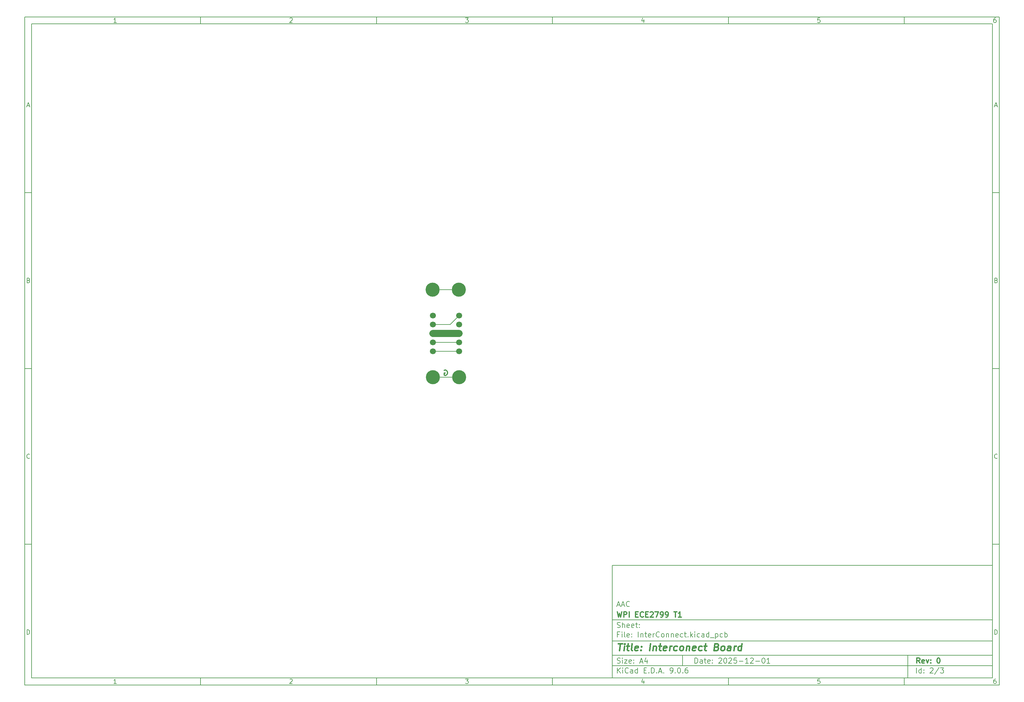
<source format=gbr>
%TF.GenerationSoftware,KiCad,Pcbnew,9.0.6*%
%TF.CreationDate,2025-12-02T11:08:25-05:00*%
%TF.ProjectId,InterConnect,496e7465-7243-46f6-9e6e-6563742e6b69,0*%
%TF.SameCoordinates,Original*%
%TF.FileFunction,Copper,L2,Bot*%
%TF.FilePolarity,Positive*%
%FSLAX46Y46*%
G04 Gerber Fmt 4.6, Leading zero omitted, Abs format (unit mm)*
G04 Created by KiCad (PCBNEW 9.0.6) date 2025-12-02 11:08:25*
%MOMM*%
%LPD*%
G01*
G04 APERTURE LIST*
%ADD10C,0.100000*%
%ADD11C,0.150000*%
%ADD12C,0.300000*%
%ADD13C,0.400000*%
%TA.AperFunction,Conductor*%
%ADD14C,0.200000*%
%TD*%
%TA.AperFunction,NonConductor*%
%ADD15C,0.300000*%
%TD*%
%TA.AperFunction,ComponentPad*%
%ADD16C,4.000000*%
%TD*%
%TA.AperFunction,ComponentPad*%
%ADD17C,1.700000*%
%TD*%
%TA.AperFunction,Conductor*%
%ADD18C,2.000000*%
%TD*%
G04 APERTURE END LIST*
D10*
D11*
X177002200Y-166007200D02*
X285002200Y-166007200D01*
X285002200Y-198007200D01*
X177002200Y-198007200D01*
X177002200Y-166007200D01*
D10*
D11*
X10000000Y-10000000D02*
X287002200Y-10000000D01*
X287002200Y-200007200D01*
X10000000Y-200007200D01*
X10000000Y-10000000D01*
D10*
D11*
X12000000Y-12000000D02*
X285002200Y-12000000D01*
X285002200Y-198007200D01*
X12000000Y-198007200D01*
X12000000Y-12000000D01*
D10*
D11*
X60000000Y-12000000D02*
X60000000Y-10000000D01*
D10*
D11*
X110000000Y-12000000D02*
X110000000Y-10000000D01*
D10*
D11*
X160000000Y-12000000D02*
X160000000Y-10000000D01*
D10*
D11*
X210000000Y-12000000D02*
X210000000Y-10000000D01*
D10*
D11*
X260000000Y-12000000D02*
X260000000Y-10000000D01*
D10*
D11*
X36089160Y-11593604D02*
X35346303Y-11593604D01*
X35717731Y-11593604D02*
X35717731Y-10293604D01*
X35717731Y-10293604D02*
X35593922Y-10479319D01*
X35593922Y-10479319D02*
X35470112Y-10603128D01*
X35470112Y-10603128D02*
X35346303Y-10665033D01*
D10*
D11*
X85346303Y-10417414D02*
X85408207Y-10355509D01*
X85408207Y-10355509D02*
X85532017Y-10293604D01*
X85532017Y-10293604D02*
X85841541Y-10293604D01*
X85841541Y-10293604D02*
X85965350Y-10355509D01*
X85965350Y-10355509D02*
X86027255Y-10417414D01*
X86027255Y-10417414D02*
X86089160Y-10541223D01*
X86089160Y-10541223D02*
X86089160Y-10665033D01*
X86089160Y-10665033D02*
X86027255Y-10850747D01*
X86027255Y-10850747D02*
X85284398Y-11593604D01*
X85284398Y-11593604D02*
X86089160Y-11593604D01*
D10*
D11*
X135284398Y-10293604D02*
X136089160Y-10293604D01*
X136089160Y-10293604D02*
X135655826Y-10788842D01*
X135655826Y-10788842D02*
X135841541Y-10788842D01*
X135841541Y-10788842D02*
X135965350Y-10850747D01*
X135965350Y-10850747D02*
X136027255Y-10912652D01*
X136027255Y-10912652D02*
X136089160Y-11036461D01*
X136089160Y-11036461D02*
X136089160Y-11345985D01*
X136089160Y-11345985D02*
X136027255Y-11469795D01*
X136027255Y-11469795D02*
X135965350Y-11531700D01*
X135965350Y-11531700D02*
X135841541Y-11593604D01*
X135841541Y-11593604D02*
X135470112Y-11593604D01*
X135470112Y-11593604D02*
X135346303Y-11531700D01*
X135346303Y-11531700D02*
X135284398Y-11469795D01*
D10*
D11*
X185965350Y-10726938D02*
X185965350Y-11593604D01*
X185655826Y-10231700D02*
X185346303Y-11160271D01*
X185346303Y-11160271D02*
X186151064Y-11160271D01*
D10*
D11*
X236027255Y-10293604D02*
X235408207Y-10293604D01*
X235408207Y-10293604D02*
X235346303Y-10912652D01*
X235346303Y-10912652D02*
X235408207Y-10850747D01*
X235408207Y-10850747D02*
X235532017Y-10788842D01*
X235532017Y-10788842D02*
X235841541Y-10788842D01*
X235841541Y-10788842D02*
X235965350Y-10850747D01*
X235965350Y-10850747D02*
X236027255Y-10912652D01*
X236027255Y-10912652D02*
X236089160Y-11036461D01*
X236089160Y-11036461D02*
X236089160Y-11345985D01*
X236089160Y-11345985D02*
X236027255Y-11469795D01*
X236027255Y-11469795D02*
X235965350Y-11531700D01*
X235965350Y-11531700D02*
X235841541Y-11593604D01*
X235841541Y-11593604D02*
X235532017Y-11593604D01*
X235532017Y-11593604D02*
X235408207Y-11531700D01*
X235408207Y-11531700D02*
X235346303Y-11469795D01*
D10*
D11*
X285965350Y-10293604D02*
X285717731Y-10293604D01*
X285717731Y-10293604D02*
X285593922Y-10355509D01*
X285593922Y-10355509D02*
X285532017Y-10417414D01*
X285532017Y-10417414D02*
X285408207Y-10603128D01*
X285408207Y-10603128D02*
X285346303Y-10850747D01*
X285346303Y-10850747D02*
X285346303Y-11345985D01*
X285346303Y-11345985D02*
X285408207Y-11469795D01*
X285408207Y-11469795D02*
X285470112Y-11531700D01*
X285470112Y-11531700D02*
X285593922Y-11593604D01*
X285593922Y-11593604D02*
X285841541Y-11593604D01*
X285841541Y-11593604D02*
X285965350Y-11531700D01*
X285965350Y-11531700D02*
X286027255Y-11469795D01*
X286027255Y-11469795D02*
X286089160Y-11345985D01*
X286089160Y-11345985D02*
X286089160Y-11036461D01*
X286089160Y-11036461D02*
X286027255Y-10912652D01*
X286027255Y-10912652D02*
X285965350Y-10850747D01*
X285965350Y-10850747D02*
X285841541Y-10788842D01*
X285841541Y-10788842D02*
X285593922Y-10788842D01*
X285593922Y-10788842D02*
X285470112Y-10850747D01*
X285470112Y-10850747D02*
X285408207Y-10912652D01*
X285408207Y-10912652D02*
X285346303Y-11036461D01*
D10*
D11*
X60000000Y-198007200D02*
X60000000Y-200007200D01*
D10*
D11*
X110000000Y-198007200D02*
X110000000Y-200007200D01*
D10*
D11*
X160000000Y-198007200D02*
X160000000Y-200007200D01*
D10*
D11*
X210000000Y-198007200D02*
X210000000Y-200007200D01*
D10*
D11*
X260000000Y-198007200D02*
X260000000Y-200007200D01*
D10*
D11*
X36089160Y-199600804D02*
X35346303Y-199600804D01*
X35717731Y-199600804D02*
X35717731Y-198300804D01*
X35717731Y-198300804D02*
X35593922Y-198486519D01*
X35593922Y-198486519D02*
X35470112Y-198610328D01*
X35470112Y-198610328D02*
X35346303Y-198672233D01*
D10*
D11*
X85346303Y-198424614D02*
X85408207Y-198362709D01*
X85408207Y-198362709D02*
X85532017Y-198300804D01*
X85532017Y-198300804D02*
X85841541Y-198300804D01*
X85841541Y-198300804D02*
X85965350Y-198362709D01*
X85965350Y-198362709D02*
X86027255Y-198424614D01*
X86027255Y-198424614D02*
X86089160Y-198548423D01*
X86089160Y-198548423D02*
X86089160Y-198672233D01*
X86089160Y-198672233D02*
X86027255Y-198857947D01*
X86027255Y-198857947D02*
X85284398Y-199600804D01*
X85284398Y-199600804D02*
X86089160Y-199600804D01*
D10*
D11*
X135284398Y-198300804D02*
X136089160Y-198300804D01*
X136089160Y-198300804D02*
X135655826Y-198796042D01*
X135655826Y-198796042D02*
X135841541Y-198796042D01*
X135841541Y-198796042D02*
X135965350Y-198857947D01*
X135965350Y-198857947D02*
X136027255Y-198919852D01*
X136027255Y-198919852D02*
X136089160Y-199043661D01*
X136089160Y-199043661D02*
X136089160Y-199353185D01*
X136089160Y-199353185D02*
X136027255Y-199476995D01*
X136027255Y-199476995D02*
X135965350Y-199538900D01*
X135965350Y-199538900D02*
X135841541Y-199600804D01*
X135841541Y-199600804D02*
X135470112Y-199600804D01*
X135470112Y-199600804D02*
X135346303Y-199538900D01*
X135346303Y-199538900D02*
X135284398Y-199476995D01*
D10*
D11*
X185965350Y-198734138D02*
X185965350Y-199600804D01*
X185655826Y-198238900D02*
X185346303Y-199167471D01*
X185346303Y-199167471D02*
X186151064Y-199167471D01*
D10*
D11*
X236027255Y-198300804D02*
X235408207Y-198300804D01*
X235408207Y-198300804D02*
X235346303Y-198919852D01*
X235346303Y-198919852D02*
X235408207Y-198857947D01*
X235408207Y-198857947D02*
X235532017Y-198796042D01*
X235532017Y-198796042D02*
X235841541Y-198796042D01*
X235841541Y-198796042D02*
X235965350Y-198857947D01*
X235965350Y-198857947D02*
X236027255Y-198919852D01*
X236027255Y-198919852D02*
X236089160Y-199043661D01*
X236089160Y-199043661D02*
X236089160Y-199353185D01*
X236089160Y-199353185D02*
X236027255Y-199476995D01*
X236027255Y-199476995D02*
X235965350Y-199538900D01*
X235965350Y-199538900D02*
X235841541Y-199600804D01*
X235841541Y-199600804D02*
X235532017Y-199600804D01*
X235532017Y-199600804D02*
X235408207Y-199538900D01*
X235408207Y-199538900D02*
X235346303Y-199476995D01*
D10*
D11*
X285965350Y-198300804D02*
X285717731Y-198300804D01*
X285717731Y-198300804D02*
X285593922Y-198362709D01*
X285593922Y-198362709D02*
X285532017Y-198424614D01*
X285532017Y-198424614D02*
X285408207Y-198610328D01*
X285408207Y-198610328D02*
X285346303Y-198857947D01*
X285346303Y-198857947D02*
X285346303Y-199353185D01*
X285346303Y-199353185D02*
X285408207Y-199476995D01*
X285408207Y-199476995D02*
X285470112Y-199538900D01*
X285470112Y-199538900D02*
X285593922Y-199600804D01*
X285593922Y-199600804D02*
X285841541Y-199600804D01*
X285841541Y-199600804D02*
X285965350Y-199538900D01*
X285965350Y-199538900D02*
X286027255Y-199476995D01*
X286027255Y-199476995D02*
X286089160Y-199353185D01*
X286089160Y-199353185D02*
X286089160Y-199043661D01*
X286089160Y-199043661D02*
X286027255Y-198919852D01*
X286027255Y-198919852D02*
X285965350Y-198857947D01*
X285965350Y-198857947D02*
X285841541Y-198796042D01*
X285841541Y-198796042D02*
X285593922Y-198796042D01*
X285593922Y-198796042D02*
X285470112Y-198857947D01*
X285470112Y-198857947D02*
X285408207Y-198919852D01*
X285408207Y-198919852D02*
X285346303Y-199043661D01*
D10*
D11*
X10000000Y-60000000D02*
X12000000Y-60000000D01*
D10*
D11*
X10000000Y-110000000D02*
X12000000Y-110000000D01*
D10*
D11*
X10000000Y-160000000D02*
X12000000Y-160000000D01*
D10*
D11*
X10690476Y-35222176D02*
X11309523Y-35222176D01*
X10566666Y-35593604D02*
X10999999Y-34293604D01*
X10999999Y-34293604D02*
X11433333Y-35593604D01*
D10*
D11*
X11092857Y-84912652D02*
X11278571Y-84974557D01*
X11278571Y-84974557D02*
X11340476Y-85036461D01*
X11340476Y-85036461D02*
X11402380Y-85160271D01*
X11402380Y-85160271D02*
X11402380Y-85345985D01*
X11402380Y-85345985D02*
X11340476Y-85469795D01*
X11340476Y-85469795D02*
X11278571Y-85531700D01*
X11278571Y-85531700D02*
X11154761Y-85593604D01*
X11154761Y-85593604D02*
X10659523Y-85593604D01*
X10659523Y-85593604D02*
X10659523Y-84293604D01*
X10659523Y-84293604D02*
X11092857Y-84293604D01*
X11092857Y-84293604D02*
X11216666Y-84355509D01*
X11216666Y-84355509D02*
X11278571Y-84417414D01*
X11278571Y-84417414D02*
X11340476Y-84541223D01*
X11340476Y-84541223D02*
X11340476Y-84665033D01*
X11340476Y-84665033D02*
X11278571Y-84788842D01*
X11278571Y-84788842D02*
X11216666Y-84850747D01*
X11216666Y-84850747D02*
X11092857Y-84912652D01*
X11092857Y-84912652D02*
X10659523Y-84912652D01*
D10*
D11*
X11402380Y-135469795D02*
X11340476Y-135531700D01*
X11340476Y-135531700D02*
X11154761Y-135593604D01*
X11154761Y-135593604D02*
X11030952Y-135593604D01*
X11030952Y-135593604D02*
X10845238Y-135531700D01*
X10845238Y-135531700D02*
X10721428Y-135407890D01*
X10721428Y-135407890D02*
X10659523Y-135284080D01*
X10659523Y-135284080D02*
X10597619Y-135036461D01*
X10597619Y-135036461D02*
X10597619Y-134850747D01*
X10597619Y-134850747D02*
X10659523Y-134603128D01*
X10659523Y-134603128D02*
X10721428Y-134479319D01*
X10721428Y-134479319D02*
X10845238Y-134355509D01*
X10845238Y-134355509D02*
X11030952Y-134293604D01*
X11030952Y-134293604D02*
X11154761Y-134293604D01*
X11154761Y-134293604D02*
X11340476Y-134355509D01*
X11340476Y-134355509D02*
X11402380Y-134417414D01*
D10*
D11*
X10659523Y-185593604D02*
X10659523Y-184293604D01*
X10659523Y-184293604D02*
X10969047Y-184293604D01*
X10969047Y-184293604D02*
X11154761Y-184355509D01*
X11154761Y-184355509D02*
X11278571Y-184479319D01*
X11278571Y-184479319D02*
X11340476Y-184603128D01*
X11340476Y-184603128D02*
X11402380Y-184850747D01*
X11402380Y-184850747D02*
X11402380Y-185036461D01*
X11402380Y-185036461D02*
X11340476Y-185284080D01*
X11340476Y-185284080D02*
X11278571Y-185407890D01*
X11278571Y-185407890D02*
X11154761Y-185531700D01*
X11154761Y-185531700D02*
X10969047Y-185593604D01*
X10969047Y-185593604D02*
X10659523Y-185593604D01*
D10*
D11*
X287002200Y-60000000D02*
X285002200Y-60000000D01*
D10*
D11*
X287002200Y-110000000D02*
X285002200Y-110000000D01*
D10*
D11*
X287002200Y-160000000D02*
X285002200Y-160000000D01*
D10*
D11*
X285692676Y-35222176D02*
X286311723Y-35222176D01*
X285568866Y-35593604D02*
X286002199Y-34293604D01*
X286002199Y-34293604D02*
X286435533Y-35593604D01*
D10*
D11*
X286095057Y-84912652D02*
X286280771Y-84974557D01*
X286280771Y-84974557D02*
X286342676Y-85036461D01*
X286342676Y-85036461D02*
X286404580Y-85160271D01*
X286404580Y-85160271D02*
X286404580Y-85345985D01*
X286404580Y-85345985D02*
X286342676Y-85469795D01*
X286342676Y-85469795D02*
X286280771Y-85531700D01*
X286280771Y-85531700D02*
X286156961Y-85593604D01*
X286156961Y-85593604D02*
X285661723Y-85593604D01*
X285661723Y-85593604D02*
X285661723Y-84293604D01*
X285661723Y-84293604D02*
X286095057Y-84293604D01*
X286095057Y-84293604D02*
X286218866Y-84355509D01*
X286218866Y-84355509D02*
X286280771Y-84417414D01*
X286280771Y-84417414D02*
X286342676Y-84541223D01*
X286342676Y-84541223D02*
X286342676Y-84665033D01*
X286342676Y-84665033D02*
X286280771Y-84788842D01*
X286280771Y-84788842D02*
X286218866Y-84850747D01*
X286218866Y-84850747D02*
X286095057Y-84912652D01*
X286095057Y-84912652D02*
X285661723Y-84912652D01*
D10*
D11*
X286404580Y-135469795D02*
X286342676Y-135531700D01*
X286342676Y-135531700D02*
X286156961Y-135593604D01*
X286156961Y-135593604D02*
X286033152Y-135593604D01*
X286033152Y-135593604D02*
X285847438Y-135531700D01*
X285847438Y-135531700D02*
X285723628Y-135407890D01*
X285723628Y-135407890D02*
X285661723Y-135284080D01*
X285661723Y-135284080D02*
X285599819Y-135036461D01*
X285599819Y-135036461D02*
X285599819Y-134850747D01*
X285599819Y-134850747D02*
X285661723Y-134603128D01*
X285661723Y-134603128D02*
X285723628Y-134479319D01*
X285723628Y-134479319D02*
X285847438Y-134355509D01*
X285847438Y-134355509D02*
X286033152Y-134293604D01*
X286033152Y-134293604D02*
X286156961Y-134293604D01*
X286156961Y-134293604D02*
X286342676Y-134355509D01*
X286342676Y-134355509D02*
X286404580Y-134417414D01*
D10*
D11*
X285661723Y-185593604D02*
X285661723Y-184293604D01*
X285661723Y-184293604D02*
X285971247Y-184293604D01*
X285971247Y-184293604D02*
X286156961Y-184355509D01*
X286156961Y-184355509D02*
X286280771Y-184479319D01*
X286280771Y-184479319D02*
X286342676Y-184603128D01*
X286342676Y-184603128D02*
X286404580Y-184850747D01*
X286404580Y-184850747D02*
X286404580Y-185036461D01*
X286404580Y-185036461D02*
X286342676Y-185284080D01*
X286342676Y-185284080D02*
X286280771Y-185407890D01*
X286280771Y-185407890D02*
X286156961Y-185531700D01*
X286156961Y-185531700D02*
X285971247Y-185593604D01*
X285971247Y-185593604D02*
X285661723Y-185593604D01*
D10*
D11*
X200458026Y-193793328D02*
X200458026Y-192293328D01*
X200458026Y-192293328D02*
X200815169Y-192293328D01*
X200815169Y-192293328D02*
X201029455Y-192364757D01*
X201029455Y-192364757D02*
X201172312Y-192507614D01*
X201172312Y-192507614D02*
X201243741Y-192650471D01*
X201243741Y-192650471D02*
X201315169Y-192936185D01*
X201315169Y-192936185D02*
X201315169Y-193150471D01*
X201315169Y-193150471D02*
X201243741Y-193436185D01*
X201243741Y-193436185D02*
X201172312Y-193579042D01*
X201172312Y-193579042D02*
X201029455Y-193721900D01*
X201029455Y-193721900D02*
X200815169Y-193793328D01*
X200815169Y-193793328D02*
X200458026Y-193793328D01*
X202600884Y-193793328D02*
X202600884Y-193007614D01*
X202600884Y-193007614D02*
X202529455Y-192864757D01*
X202529455Y-192864757D02*
X202386598Y-192793328D01*
X202386598Y-192793328D02*
X202100884Y-192793328D01*
X202100884Y-192793328D02*
X201958026Y-192864757D01*
X202600884Y-193721900D02*
X202458026Y-193793328D01*
X202458026Y-193793328D02*
X202100884Y-193793328D01*
X202100884Y-193793328D02*
X201958026Y-193721900D01*
X201958026Y-193721900D02*
X201886598Y-193579042D01*
X201886598Y-193579042D02*
X201886598Y-193436185D01*
X201886598Y-193436185D02*
X201958026Y-193293328D01*
X201958026Y-193293328D02*
X202100884Y-193221900D01*
X202100884Y-193221900D02*
X202458026Y-193221900D01*
X202458026Y-193221900D02*
X202600884Y-193150471D01*
X203100884Y-192793328D02*
X203672312Y-192793328D01*
X203315169Y-192293328D02*
X203315169Y-193579042D01*
X203315169Y-193579042D02*
X203386598Y-193721900D01*
X203386598Y-193721900D02*
X203529455Y-193793328D01*
X203529455Y-193793328D02*
X203672312Y-193793328D01*
X204743741Y-193721900D02*
X204600884Y-193793328D01*
X204600884Y-193793328D02*
X204315170Y-193793328D01*
X204315170Y-193793328D02*
X204172312Y-193721900D01*
X204172312Y-193721900D02*
X204100884Y-193579042D01*
X204100884Y-193579042D02*
X204100884Y-193007614D01*
X204100884Y-193007614D02*
X204172312Y-192864757D01*
X204172312Y-192864757D02*
X204315170Y-192793328D01*
X204315170Y-192793328D02*
X204600884Y-192793328D01*
X204600884Y-192793328D02*
X204743741Y-192864757D01*
X204743741Y-192864757D02*
X204815170Y-193007614D01*
X204815170Y-193007614D02*
X204815170Y-193150471D01*
X204815170Y-193150471D02*
X204100884Y-193293328D01*
X205458026Y-193650471D02*
X205529455Y-193721900D01*
X205529455Y-193721900D02*
X205458026Y-193793328D01*
X205458026Y-193793328D02*
X205386598Y-193721900D01*
X205386598Y-193721900D02*
X205458026Y-193650471D01*
X205458026Y-193650471D02*
X205458026Y-193793328D01*
X205458026Y-192864757D02*
X205529455Y-192936185D01*
X205529455Y-192936185D02*
X205458026Y-193007614D01*
X205458026Y-193007614D02*
X205386598Y-192936185D01*
X205386598Y-192936185D02*
X205458026Y-192864757D01*
X205458026Y-192864757D02*
X205458026Y-193007614D01*
X207243741Y-192436185D02*
X207315169Y-192364757D01*
X207315169Y-192364757D02*
X207458027Y-192293328D01*
X207458027Y-192293328D02*
X207815169Y-192293328D01*
X207815169Y-192293328D02*
X207958027Y-192364757D01*
X207958027Y-192364757D02*
X208029455Y-192436185D01*
X208029455Y-192436185D02*
X208100884Y-192579042D01*
X208100884Y-192579042D02*
X208100884Y-192721900D01*
X208100884Y-192721900D02*
X208029455Y-192936185D01*
X208029455Y-192936185D02*
X207172312Y-193793328D01*
X207172312Y-193793328D02*
X208100884Y-193793328D01*
X209029455Y-192293328D02*
X209172312Y-192293328D01*
X209172312Y-192293328D02*
X209315169Y-192364757D01*
X209315169Y-192364757D02*
X209386598Y-192436185D01*
X209386598Y-192436185D02*
X209458026Y-192579042D01*
X209458026Y-192579042D02*
X209529455Y-192864757D01*
X209529455Y-192864757D02*
X209529455Y-193221900D01*
X209529455Y-193221900D02*
X209458026Y-193507614D01*
X209458026Y-193507614D02*
X209386598Y-193650471D01*
X209386598Y-193650471D02*
X209315169Y-193721900D01*
X209315169Y-193721900D02*
X209172312Y-193793328D01*
X209172312Y-193793328D02*
X209029455Y-193793328D01*
X209029455Y-193793328D02*
X208886598Y-193721900D01*
X208886598Y-193721900D02*
X208815169Y-193650471D01*
X208815169Y-193650471D02*
X208743740Y-193507614D01*
X208743740Y-193507614D02*
X208672312Y-193221900D01*
X208672312Y-193221900D02*
X208672312Y-192864757D01*
X208672312Y-192864757D02*
X208743740Y-192579042D01*
X208743740Y-192579042D02*
X208815169Y-192436185D01*
X208815169Y-192436185D02*
X208886598Y-192364757D01*
X208886598Y-192364757D02*
X209029455Y-192293328D01*
X210100883Y-192436185D02*
X210172311Y-192364757D01*
X210172311Y-192364757D02*
X210315169Y-192293328D01*
X210315169Y-192293328D02*
X210672311Y-192293328D01*
X210672311Y-192293328D02*
X210815169Y-192364757D01*
X210815169Y-192364757D02*
X210886597Y-192436185D01*
X210886597Y-192436185D02*
X210958026Y-192579042D01*
X210958026Y-192579042D02*
X210958026Y-192721900D01*
X210958026Y-192721900D02*
X210886597Y-192936185D01*
X210886597Y-192936185D02*
X210029454Y-193793328D01*
X210029454Y-193793328D02*
X210958026Y-193793328D01*
X212315168Y-192293328D02*
X211600882Y-192293328D01*
X211600882Y-192293328D02*
X211529454Y-193007614D01*
X211529454Y-193007614D02*
X211600882Y-192936185D01*
X211600882Y-192936185D02*
X211743740Y-192864757D01*
X211743740Y-192864757D02*
X212100882Y-192864757D01*
X212100882Y-192864757D02*
X212243740Y-192936185D01*
X212243740Y-192936185D02*
X212315168Y-193007614D01*
X212315168Y-193007614D02*
X212386597Y-193150471D01*
X212386597Y-193150471D02*
X212386597Y-193507614D01*
X212386597Y-193507614D02*
X212315168Y-193650471D01*
X212315168Y-193650471D02*
X212243740Y-193721900D01*
X212243740Y-193721900D02*
X212100882Y-193793328D01*
X212100882Y-193793328D02*
X211743740Y-193793328D01*
X211743740Y-193793328D02*
X211600882Y-193721900D01*
X211600882Y-193721900D02*
X211529454Y-193650471D01*
X213029453Y-193221900D02*
X214172311Y-193221900D01*
X215672311Y-193793328D02*
X214815168Y-193793328D01*
X215243739Y-193793328D02*
X215243739Y-192293328D01*
X215243739Y-192293328D02*
X215100882Y-192507614D01*
X215100882Y-192507614D02*
X214958025Y-192650471D01*
X214958025Y-192650471D02*
X214815168Y-192721900D01*
X216243739Y-192436185D02*
X216315167Y-192364757D01*
X216315167Y-192364757D02*
X216458025Y-192293328D01*
X216458025Y-192293328D02*
X216815167Y-192293328D01*
X216815167Y-192293328D02*
X216958025Y-192364757D01*
X216958025Y-192364757D02*
X217029453Y-192436185D01*
X217029453Y-192436185D02*
X217100882Y-192579042D01*
X217100882Y-192579042D02*
X217100882Y-192721900D01*
X217100882Y-192721900D02*
X217029453Y-192936185D01*
X217029453Y-192936185D02*
X216172310Y-193793328D01*
X216172310Y-193793328D02*
X217100882Y-193793328D01*
X217743738Y-193221900D02*
X218886596Y-193221900D01*
X219886596Y-192293328D02*
X220029453Y-192293328D01*
X220029453Y-192293328D02*
X220172310Y-192364757D01*
X220172310Y-192364757D02*
X220243739Y-192436185D01*
X220243739Y-192436185D02*
X220315167Y-192579042D01*
X220315167Y-192579042D02*
X220386596Y-192864757D01*
X220386596Y-192864757D02*
X220386596Y-193221900D01*
X220386596Y-193221900D02*
X220315167Y-193507614D01*
X220315167Y-193507614D02*
X220243739Y-193650471D01*
X220243739Y-193650471D02*
X220172310Y-193721900D01*
X220172310Y-193721900D02*
X220029453Y-193793328D01*
X220029453Y-193793328D02*
X219886596Y-193793328D01*
X219886596Y-193793328D02*
X219743739Y-193721900D01*
X219743739Y-193721900D02*
X219672310Y-193650471D01*
X219672310Y-193650471D02*
X219600881Y-193507614D01*
X219600881Y-193507614D02*
X219529453Y-193221900D01*
X219529453Y-193221900D02*
X219529453Y-192864757D01*
X219529453Y-192864757D02*
X219600881Y-192579042D01*
X219600881Y-192579042D02*
X219672310Y-192436185D01*
X219672310Y-192436185D02*
X219743739Y-192364757D01*
X219743739Y-192364757D02*
X219886596Y-192293328D01*
X221815167Y-193793328D02*
X220958024Y-193793328D01*
X221386595Y-193793328D02*
X221386595Y-192293328D01*
X221386595Y-192293328D02*
X221243738Y-192507614D01*
X221243738Y-192507614D02*
X221100881Y-192650471D01*
X221100881Y-192650471D02*
X220958024Y-192721900D01*
D10*
D11*
X177002200Y-194507200D02*
X285002200Y-194507200D01*
D10*
D11*
X178458026Y-196593328D02*
X178458026Y-195093328D01*
X179315169Y-196593328D02*
X178672312Y-195736185D01*
X179315169Y-195093328D02*
X178458026Y-195950471D01*
X179958026Y-196593328D02*
X179958026Y-195593328D01*
X179958026Y-195093328D02*
X179886598Y-195164757D01*
X179886598Y-195164757D02*
X179958026Y-195236185D01*
X179958026Y-195236185D02*
X180029455Y-195164757D01*
X180029455Y-195164757D02*
X179958026Y-195093328D01*
X179958026Y-195093328D02*
X179958026Y-195236185D01*
X181529455Y-196450471D02*
X181458027Y-196521900D01*
X181458027Y-196521900D02*
X181243741Y-196593328D01*
X181243741Y-196593328D02*
X181100884Y-196593328D01*
X181100884Y-196593328D02*
X180886598Y-196521900D01*
X180886598Y-196521900D02*
X180743741Y-196379042D01*
X180743741Y-196379042D02*
X180672312Y-196236185D01*
X180672312Y-196236185D02*
X180600884Y-195950471D01*
X180600884Y-195950471D02*
X180600884Y-195736185D01*
X180600884Y-195736185D02*
X180672312Y-195450471D01*
X180672312Y-195450471D02*
X180743741Y-195307614D01*
X180743741Y-195307614D02*
X180886598Y-195164757D01*
X180886598Y-195164757D02*
X181100884Y-195093328D01*
X181100884Y-195093328D02*
X181243741Y-195093328D01*
X181243741Y-195093328D02*
X181458027Y-195164757D01*
X181458027Y-195164757D02*
X181529455Y-195236185D01*
X182815170Y-196593328D02*
X182815170Y-195807614D01*
X182815170Y-195807614D02*
X182743741Y-195664757D01*
X182743741Y-195664757D02*
X182600884Y-195593328D01*
X182600884Y-195593328D02*
X182315170Y-195593328D01*
X182315170Y-195593328D02*
X182172312Y-195664757D01*
X182815170Y-196521900D02*
X182672312Y-196593328D01*
X182672312Y-196593328D02*
X182315170Y-196593328D01*
X182315170Y-196593328D02*
X182172312Y-196521900D01*
X182172312Y-196521900D02*
X182100884Y-196379042D01*
X182100884Y-196379042D02*
X182100884Y-196236185D01*
X182100884Y-196236185D02*
X182172312Y-196093328D01*
X182172312Y-196093328D02*
X182315170Y-196021900D01*
X182315170Y-196021900D02*
X182672312Y-196021900D01*
X182672312Y-196021900D02*
X182815170Y-195950471D01*
X184172313Y-196593328D02*
X184172313Y-195093328D01*
X184172313Y-196521900D02*
X184029455Y-196593328D01*
X184029455Y-196593328D02*
X183743741Y-196593328D01*
X183743741Y-196593328D02*
X183600884Y-196521900D01*
X183600884Y-196521900D02*
X183529455Y-196450471D01*
X183529455Y-196450471D02*
X183458027Y-196307614D01*
X183458027Y-196307614D02*
X183458027Y-195879042D01*
X183458027Y-195879042D02*
X183529455Y-195736185D01*
X183529455Y-195736185D02*
X183600884Y-195664757D01*
X183600884Y-195664757D02*
X183743741Y-195593328D01*
X183743741Y-195593328D02*
X184029455Y-195593328D01*
X184029455Y-195593328D02*
X184172313Y-195664757D01*
X186029455Y-195807614D02*
X186529455Y-195807614D01*
X186743741Y-196593328D02*
X186029455Y-196593328D01*
X186029455Y-196593328D02*
X186029455Y-195093328D01*
X186029455Y-195093328D02*
X186743741Y-195093328D01*
X187386598Y-196450471D02*
X187458027Y-196521900D01*
X187458027Y-196521900D02*
X187386598Y-196593328D01*
X187386598Y-196593328D02*
X187315170Y-196521900D01*
X187315170Y-196521900D02*
X187386598Y-196450471D01*
X187386598Y-196450471D02*
X187386598Y-196593328D01*
X188100884Y-196593328D02*
X188100884Y-195093328D01*
X188100884Y-195093328D02*
X188458027Y-195093328D01*
X188458027Y-195093328D02*
X188672313Y-195164757D01*
X188672313Y-195164757D02*
X188815170Y-195307614D01*
X188815170Y-195307614D02*
X188886599Y-195450471D01*
X188886599Y-195450471D02*
X188958027Y-195736185D01*
X188958027Y-195736185D02*
X188958027Y-195950471D01*
X188958027Y-195950471D02*
X188886599Y-196236185D01*
X188886599Y-196236185D02*
X188815170Y-196379042D01*
X188815170Y-196379042D02*
X188672313Y-196521900D01*
X188672313Y-196521900D02*
X188458027Y-196593328D01*
X188458027Y-196593328D02*
X188100884Y-196593328D01*
X189600884Y-196450471D02*
X189672313Y-196521900D01*
X189672313Y-196521900D02*
X189600884Y-196593328D01*
X189600884Y-196593328D02*
X189529456Y-196521900D01*
X189529456Y-196521900D02*
X189600884Y-196450471D01*
X189600884Y-196450471D02*
X189600884Y-196593328D01*
X190243742Y-196164757D02*
X190958028Y-196164757D01*
X190100885Y-196593328D02*
X190600885Y-195093328D01*
X190600885Y-195093328D02*
X191100885Y-196593328D01*
X191600884Y-196450471D02*
X191672313Y-196521900D01*
X191672313Y-196521900D02*
X191600884Y-196593328D01*
X191600884Y-196593328D02*
X191529456Y-196521900D01*
X191529456Y-196521900D02*
X191600884Y-196450471D01*
X191600884Y-196450471D02*
X191600884Y-196593328D01*
X193529456Y-196593328D02*
X193815170Y-196593328D01*
X193815170Y-196593328D02*
X193958027Y-196521900D01*
X193958027Y-196521900D02*
X194029456Y-196450471D01*
X194029456Y-196450471D02*
X194172313Y-196236185D01*
X194172313Y-196236185D02*
X194243742Y-195950471D01*
X194243742Y-195950471D02*
X194243742Y-195379042D01*
X194243742Y-195379042D02*
X194172313Y-195236185D01*
X194172313Y-195236185D02*
X194100885Y-195164757D01*
X194100885Y-195164757D02*
X193958027Y-195093328D01*
X193958027Y-195093328D02*
X193672313Y-195093328D01*
X193672313Y-195093328D02*
X193529456Y-195164757D01*
X193529456Y-195164757D02*
X193458027Y-195236185D01*
X193458027Y-195236185D02*
X193386599Y-195379042D01*
X193386599Y-195379042D02*
X193386599Y-195736185D01*
X193386599Y-195736185D02*
X193458027Y-195879042D01*
X193458027Y-195879042D02*
X193529456Y-195950471D01*
X193529456Y-195950471D02*
X193672313Y-196021900D01*
X193672313Y-196021900D02*
X193958027Y-196021900D01*
X193958027Y-196021900D02*
X194100885Y-195950471D01*
X194100885Y-195950471D02*
X194172313Y-195879042D01*
X194172313Y-195879042D02*
X194243742Y-195736185D01*
X194886598Y-196450471D02*
X194958027Y-196521900D01*
X194958027Y-196521900D02*
X194886598Y-196593328D01*
X194886598Y-196593328D02*
X194815170Y-196521900D01*
X194815170Y-196521900D02*
X194886598Y-196450471D01*
X194886598Y-196450471D02*
X194886598Y-196593328D01*
X195886599Y-195093328D02*
X196029456Y-195093328D01*
X196029456Y-195093328D02*
X196172313Y-195164757D01*
X196172313Y-195164757D02*
X196243742Y-195236185D01*
X196243742Y-195236185D02*
X196315170Y-195379042D01*
X196315170Y-195379042D02*
X196386599Y-195664757D01*
X196386599Y-195664757D02*
X196386599Y-196021900D01*
X196386599Y-196021900D02*
X196315170Y-196307614D01*
X196315170Y-196307614D02*
X196243742Y-196450471D01*
X196243742Y-196450471D02*
X196172313Y-196521900D01*
X196172313Y-196521900D02*
X196029456Y-196593328D01*
X196029456Y-196593328D02*
X195886599Y-196593328D01*
X195886599Y-196593328D02*
X195743742Y-196521900D01*
X195743742Y-196521900D02*
X195672313Y-196450471D01*
X195672313Y-196450471D02*
X195600884Y-196307614D01*
X195600884Y-196307614D02*
X195529456Y-196021900D01*
X195529456Y-196021900D02*
X195529456Y-195664757D01*
X195529456Y-195664757D02*
X195600884Y-195379042D01*
X195600884Y-195379042D02*
X195672313Y-195236185D01*
X195672313Y-195236185D02*
X195743742Y-195164757D01*
X195743742Y-195164757D02*
X195886599Y-195093328D01*
X197029455Y-196450471D02*
X197100884Y-196521900D01*
X197100884Y-196521900D02*
X197029455Y-196593328D01*
X197029455Y-196593328D02*
X196958027Y-196521900D01*
X196958027Y-196521900D02*
X197029455Y-196450471D01*
X197029455Y-196450471D02*
X197029455Y-196593328D01*
X198386599Y-195093328D02*
X198100884Y-195093328D01*
X198100884Y-195093328D02*
X197958027Y-195164757D01*
X197958027Y-195164757D02*
X197886599Y-195236185D01*
X197886599Y-195236185D02*
X197743741Y-195450471D01*
X197743741Y-195450471D02*
X197672313Y-195736185D01*
X197672313Y-195736185D02*
X197672313Y-196307614D01*
X197672313Y-196307614D02*
X197743741Y-196450471D01*
X197743741Y-196450471D02*
X197815170Y-196521900D01*
X197815170Y-196521900D02*
X197958027Y-196593328D01*
X197958027Y-196593328D02*
X198243741Y-196593328D01*
X198243741Y-196593328D02*
X198386599Y-196521900D01*
X198386599Y-196521900D02*
X198458027Y-196450471D01*
X198458027Y-196450471D02*
X198529456Y-196307614D01*
X198529456Y-196307614D02*
X198529456Y-195950471D01*
X198529456Y-195950471D02*
X198458027Y-195807614D01*
X198458027Y-195807614D02*
X198386599Y-195736185D01*
X198386599Y-195736185D02*
X198243741Y-195664757D01*
X198243741Y-195664757D02*
X197958027Y-195664757D01*
X197958027Y-195664757D02*
X197815170Y-195736185D01*
X197815170Y-195736185D02*
X197743741Y-195807614D01*
X197743741Y-195807614D02*
X197672313Y-195950471D01*
D10*
D11*
X177002200Y-191507200D02*
X285002200Y-191507200D01*
D10*
D12*
X264413853Y-193785528D02*
X263913853Y-193071242D01*
X263556710Y-193785528D02*
X263556710Y-192285528D01*
X263556710Y-192285528D02*
X264128139Y-192285528D01*
X264128139Y-192285528D02*
X264270996Y-192356957D01*
X264270996Y-192356957D02*
X264342425Y-192428385D01*
X264342425Y-192428385D02*
X264413853Y-192571242D01*
X264413853Y-192571242D02*
X264413853Y-192785528D01*
X264413853Y-192785528D02*
X264342425Y-192928385D01*
X264342425Y-192928385D02*
X264270996Y-192999814D01*
X264270996Y-192999814D02*
X264128139Y-193071242D01*
X264128139Y-193071242D02*
X263556710Y-193071242D01*
X265628139Y-193714100D02*
X265485282Y-193785528D01*
X265485282Y-193785528D02*
X265199568Y-193785528D01*
X265199568Y-193785528D02*
X265056710Y-193714100D01*
X265056710Y-193714100D02*
X264985282Y-193571242D01*
X264985282Y-193571242D02*
X264985282Y-192999814D01*
X264985282Y-192999814D02*
X265056710Y-192856957D01*
X265056710Y-192856957D02*
X265199568Y-192785528D01*
X265199568Y-192785528D02*
X265485282Y-192785528D01*
X265485282Y-192785528D02*
X265628139Y-192856957D01*
X265628139Y-192856957D02*
X265699568Y-192999814D01*
X265699568Y-192999814D02*
X265699568Y-193142671D01*
X265699568Y-193142671D02*
X264985282Y-193285528D01*
X266199567Y-192785528D02*
X266556710Y-193785528D01*
X266556710Y-193785528D02*
X266913853Y-192785528D01*
X267485281Y-193642671D02*
X267556710Y-193714100D01*
X267556710Y-193714100D02*
X267485281Y-193785528D01*
X267485281Y-193785528D02*
X267413853Y-193714100D01*
X267413853Y-193714100D02*
X267485281Y-193642671D01*
X267485281Y-193642671D02*
X267485281Y-193785528D01*
X267485281Y-192856957D02*
X267556710Y-192928385D01*
X267556710Y-192928385D02*
X267485281Y-192999814D01*
X267485281Y-192999814D02*
X267413853Y-192928385D01*
X267413853Y-192928385D02*
X267485281Y-192856957D01*
X267485281Y-192856957D02*
X267485281Y-192999814D01*
X269628139Y-192285528D02*
X269770996Y-192285528D01*
X269770996Y-192285528D02*
X269913853Y-192356957D01*
X269913853Y-192356957D02*
X269985282Y-192428385D01*
X269985282Y-192428385D02*
X270056710Y-192571242D01*
X270056710Y-192571242D02*
X270128139Y-192856957D01*
X270128139Y-192856957D02*
X270128139Y-193214100D01*
X270128139Y-193214100D02*
X270056710Y-193499814D01*
X270056710Y-193499814D02*
X269985282Y-193642671D01*
X269985282Y-193642671D02*
X269913853Y-193714100D01*
X269913853Y-193714100D02*
X269770996Y-193785528D01*
X269770996Y-193785528D02*
X269628139Y-193785528D01*
X269628139Y-193785528D02*
X269485282Y-193714100D01*
X269485282Y-193714100D02*
X269413853Y-193642671D01*
X269413853Y-193642671D02*
X269342424Y-193499814D01*
X269342424Y-193499814D02*
X269270996Y-193214100D01*
X269270996Y-193214100D02*
X269270996Y-192856957D01*
X269270996Y-192856957D02*
X269342424Y-192571242D01*
X269342424Y-192571242D02*
X269413853Y-192428385D01*
X269413853Y-192428385D02*
X269485282Y-192356957D01*
X269485282Y-192356957D02*
X269628139Y-192285528D01*
D10*
D11*
X178386598Y-193721900D02*
X178600884Y-193793328D01*
X178600884Y-193793328D02*
X178958026Y-193793328D01*
X178958026Y-193793328D02*
X179100884Y-193721900D01*
X179100884Y-193721900D02*
X179172312Y-193650471D01*
X179172312Y-193650471D02*
X179243741Y-193507614D01*
X179243741Y-193507614D02*
X179243741Y-193364757D01*
X179243741Y-193364757D02*
X179172312Y-193221900D01*
X179172312Y-193221900D02*
X179100884Y-193150471D01*
X179100884Y-193150471D02*
X178958026Y-193079042D01*
X178958026Y-193079042D02*
X178672312Y-193007614D01*
X178672312Y-193007614D02*
X178529455Y-192936185D01*
X178529455Y-192936185D02*
X178458026Y-192864757D01*
X178458026Y-192864757D02*
X178386598Y-192721900D01*
X178386598Y-192721900D02*
X178386598Y-192579042D01*
X178386598Y-192579042D02*
X178458026Y-192436185D01*
X178458026Y-192436185D02*
X178529455Y-192364757D01*
X178529455Y-192364757D02*
X178672312Y-192293328D01*
X178672312Y-192293328D02*
X179029455Y-192293328D01*
X179029455Y-192293328D02*
X179243741Y-192364757D01*
X179886597Y-193793328D02*
X179886597Y-192793328D01*
X179886597Y-192293328D02*
X179815169Y-192364757D01*
X179815169Y-192364757D02*
X179886597Y-192436185D01*
X179886597Y-192436185D02*
X179958026Y-192364757D01*
X179958026Y-192364757D02*
X179886597Y-192293328D01*
X179886597Y-192293328D02*
X179886597Y-192436185D01*
X180458026Y-192793328D02*
X181243741Y-192793328D01*
X181243741Y-192793328D02*
X180458026Y-193793328D01*
X180458026Y-193793328D02*
X181243741Y-193793328D01*
X182386598Y-193721900D02*
X182243741Y-193793328D01*
X182243741Y-193793328D02*
X181958027Y-193793328D01*
X181958027Y-193793328D02*
X181815169Y-193721900D01*
X181815169Y-193721900D02*
X181743741Y-193579042D01*
X181743741Y-193579042D02*
X181743741Y-193007614D01*
X181743741Y-193007614D02*
X181815169Y-192864757D01*
X181815169Y-192864757D02*
X181958027Y-192793328D01*
X181958027Y-192793328D02*
X182243741Y-192793328D01*
X182243741Y-192793328D02*
X182386598Y-192864757D01*
X182386598Y-192864757D02*
X182458027Y-193007614D01*
X182458027Y-193007614D02*
X182458027Y-193150471D01*
X182458027Y-193150471D02*
X181743741Y-193293328D01*
X183100883Y-193650471D02*
X183172312Y-193721900D01*
X183172312Y-193721900D02*
X183100883Y-193793328D01*
X183100883Y-193793328D02*
X183029455Y-193721900D01*
X183029455Y-193721900D02*
X183100883Y-193650471D01*
X183100883Y-193650471D02*
X183100883Y-193793328D01*
X183100883Y-192864757D02*
X183172312Y-192936185D01*
X183172312Y-192936185D02*
X183100883Y-193007614D01*
X183100883Y-193007614D02*
X183029455Y-192936185D01*
X183029455Y-192936185D02*
X183100883Y-192864757D01*
X183100883Y-192864757D02*
X183100883Y-193007614D01*
X184886598Y-193364757D02*
X185600884Y-193364757D01*
X184743741Y-193793328D02*
X185243741Y-192293328D01*
X185243741Y-192293328D02*
X185743741Y-193793328D01*
X186886598Y-192793328D02*
X186886598Y-193793328D01*
X186529455Y-192221900D02*
X186172312Y-193293328D01*
X186172312Y-193293328D02*
X187100883Y-193293328D01*
D10*
D11*
X263458026Y-196593328D02*
X263458026Y-195093328D01*
X264815170Y-196593328D02*
X264815170Y-195093328D01*
X264815170Y-196521900D02*
X264672312Y-196593328D01*
X264672312Y-196593328D02*
X264386598Y-196593328D01*
X264386598Y-196593328D02*
X264243741Y-196521900D01*
X264243741Y-196521900D02*
X264172312Y-196450471D01*
X264172312Y-196450471D02*
X264100884Y-196307614D01*
X264100884Y-196307614D02*
X264100884Y-195879042D01*
X264100884Y-195879042D02*
X264172312Y-195736185D01*
X264172312Y-195736185D02*
X264243741Y-195664757D01*
X264243741Y-195664757D02*
X264386598Y-195593328D01*
X264386598Y-195593328D02*
X264672312Y-195593328D01*
X264672312Y-195593328D02*
X264815170Y-195664757D01*
X265529455Y-196450471D02*
X265600884Y-196521900D01*
X265600884Y-196521900D02*
X265529455Y-196593328D01*
X265529455Y-196593328D02*
X265458027Y-196521900D01*
X265458027Y-196521900D02*
X265529455Y-196450471D01*
X265529455Y-196450471D02*
X265529455Y-196593328D01*
X265529455Y-195664757D02*
X265600884Y-195736185D01*
X265600884Y-195736185D02*
X265529455Y-195807614D01*
X265529455Y-195807614D02*
X265458027Y-195736185D01*
X265458027Y-195736185D02*
X265529455Y-195664757D01*
X265529455Y-195664757D02*
X265529455Y-195807614D01*
X267315170Y-195236185D02*
X267386598Y-195164757D01*
X267386598Y-195164757D02*
X267529456Y-195093328D01*
X267529456Y-195093328D02*
X267886598Y-195093328D01*
X267886598Y-195093328D02*
X268029456Y-195164757D01*
X268029456Y-195164757D02*
X268100884Y-195236185D01*
X268100884Y-195236185D02*
X268172313Y-195379042D01*
X268172313Y-195379042D02*
X268172313Y-195521900D01*
X268172313Y-195521900D02*
X268100884Y-195736185D01*
X268100884Y-195736185D02*
X267243741Y-196593328D01*
X267243741Y-196593328D02*
X268172313Y-196593328D01*
X269886598Y-195021900D02*
X268600884Y-196950471D01*
X270243741Y-195093328D02*
X271172313Y-195093328D01*
X271172313Y-195093328D02*
X270672313Y-195664757D01*
X270672313Y-195664757D02*
X270886598Y-195664757D01*
X270886598Y-195664757D02*
X271029456Y-195736185D01*
X271029456Y-195736185D02*
X271100884Y-195807614D01*
X271100884Y-195807614D02*
X271172313Y-195950471D01*
X271172313Y-195950471D02*
X271172313Y-196307614D01*
X271172313Y-196307614D02*
X271100884Y-196450471D01*
X271100884Y-196450471D02*
X271029456Y-196521900D01*
X271029456Y-196521900D02*
X270886598Y-196593328D01*
X270886598Y-196593328D02*
X270458027Y-196593328D01*
X270458027Y-196593328D02*
X270315170Y-196521900D01*
X270315170Y-196521900D02*
X270243741Y-196450471D01*
D10*
D11*
X177002200Y-187507200D02*
X285002200Y-187507200D01*
D10*
D13*
X178693928Y-188211638D02*
X179836785Y-188211638D01*
X179015357Y-190211638D02*
X179265357Y-188211638D01*
X180253452Y-190211638D02*
X180420119Y-188878304D01*
X180503452Y-188211638D02*
X180396309Y-188306876D01*
X180396309Y-188306876D02*
X180479643Y-188402114D01*
X180479643Y-188402114D02*
X180586786Y-188306876D01*
X180586786Y-188306876D02*
X180503452Y-188211638D01*
X180503452Y-188211638D02*
X180479643Y-188402114D01*
X181086786Y-188878304D02*
X181848690Y-188878304D01*
X181455833Y-188211638D02*
X181241548Y-189925923D01*
X181241548Y-189925923D02*
X181312976Y-190116400D01*
X181312976Y-190116400D02*
X181491548Y-190211638D01*
X181491548Y-190211638D02*
X181682024Y-190211638D01*
X182634405Y-190211638D02*
X182455833Y-190116400D01*
X182455833Y-190116400D02*
X182384405Y-189925923D01*
X182384405Y-189925923D02*
X182598690Y-188211638D01*
X184170119Y-190116400D02*
X183967738Y-190211638D01*
X183967738Y-190211638D02*
X183586785Y-190211638D01*
X183586785Y-190211638D02*
X183408214Y-190116400D01*
X183408214Y-190116400D02*
X183336785Y-189925923D01*
X183336785Y-189925923D02*
X183432024Y-189164019D01*
X183432024Y-189164019D02*
X183551071Y-188973542D01*
X183551071Y-188973542D02*
X183753452Y-188878304D01*
X183753452Y-188878304D02*
X184134404Y-188878304D01*
X184134404Y-188878304D02*
X184312976Y-188973542D01*
X184312976Y-188973542D02*
X184384404Y-189164019D01*
X184384404Y-189164019D02*
X184360595Y-189354495D01*
X184360595Y-189354495D02*
X183384404Y-189544971D01*
X185134405Y-190021161D02*
X185217738Y-190116400D01*
X185217738Y-190116400D02*
X185110595Y-190211638D01*
X185110595Y-190211638D02*
X185027262Y-190116400D01*
X185027262Y-190116400D02*
X185134405Y-190021161D01*
X185134405Y-190021161D02*
X185110595Y-190211638D01*
X185265357Y-188973542D02*
X185348690Y-189068780D01*
X185348690Y-189068780D02*
X185241548Y-189164019D01*
X185241548Y-189164019D02*
X185158214Y-189068780D01*
X185158214Y-189068780D02*
X185265357Y-188973542D01*
X185265357Y-188973542D02*
X185241548Y-189164019D01*
X187586786Y-190211638D02*
X187836786Y-188211638D01*
X188705834Y-188878304D02*
X188539167Y-190211638D01*
X188682024Y-189068780D02*
X188789167Y-188973542D01*
X188789167Y-188973542D02*
X188991548Y-188878304D01*
X188991548Y-188878304D02*
X189277262Y-188878304D01*
X189277262Y-188878304D02*
X189455834Y-188973542D01*
X189455834Y-188973542D02*
X189527262Y-189164019D01*
X189527262Y-189164019D02*
X189396310Y-190211638D01*
X190229644Y-188878304D02*
X190991548Y-188878304D01*
X190598691Y-188211638D02*
X190384406Y-189925923D01*
X190384406Y-189925923D02*
X190455834Y-190116400D01*
X190455834Y-190116400D02*
X190634406Y-190211638D01*
X190634406Y-190211638D02*
X190824882Y-190211638D01*
X192265358Y-190116400D02*
X192062977Y-190211638D01*
X192062977Y-190211638D02*
X191682024Y-190211638D01*
X191682024Y-190211638D02*
X191503453Y-190116400D01*
X191503453Y-190116400D02*
X191432024Y-189925923D01*
X191432024Y-189925923D02*
X191527263Y-189164019D01*
X191527263Y-189164019D02*
X191646310Y-188973542D01*
X191646310Y-188973542D02*
X191848691Y-188878304D01*
X191848691Y-188878304D02*
X192229643Y-188878304D01*
X192229643Y-188878304D02*
X192408215Y-188973542D01*
X192408215Y-188973542D02*
X192479643Y-189164019D01*
X192479643Y-189164019D02*
X192455834Y-189354495D01*
X192455834Y-189354495D02*
X191479643Y-189544971D01*
X193205834Y-190211638D02*
X193372501Y-188878304D01*
X193324882Y-189259257D02*
X193443929Y-189068780D01*
X193443929Y-189068780D02*
X193551072Y-188973542D01*
X193551072Y-188973542D02*
X193753453Y-188878304D01*
X193753453Y-188878304D02*
X193943929Y-188878304D01*
X195312977Y-190116400D02*
X195110596Y-190211638D01*
X195110596Y-190211638D02*
X194729644Y-190211638D01*
X194729644Y-190211638D02*
X194551072Y-190116400D01*
X194551072Y-190116400D02*
X194467739Y-190021161D01*
X194467739Y-190021161D02*
X194396310Y-189830685D01*
X194396310Y-189830685D02*
X194467739Y-189259257D01*
X194467739Y-189259257D02*
X194586786Y-189068780D01*
X194586786Y-189068780D02*
X194693929Y-188973542D01*
X194693929Y-188973542D02*
X194896310Y-188878304D01*
X194896310Y-188878304D02*
X195277263Y-188878304D01*
X195277263Y-188878304D02*
X195455834Y-188973542D01*
X196443930Y-190211638D02*
X196265358Y-190116400D01*
X196265358Y-190116400D02*
X196182025Y-190021161D01*
X196182025Y-190021161D02*
X196110596Y-189830685D01*
X196110596Y-189830685D02*
X196182025Y-189259257D01*
X196182025Y-189259257D02*
X196301072Y-189068780D01*
X196301072Y-189068780D02*
X196408215Y-188973542D01*
X196408215Y-188973542D02*
X196610596Y-188878304D01*
X196610596Y-188878304D02*
X196896310Y-188878304D01*
X196896310Y-188878304D02*
X197074882Y-188973542D01*
X197074882Y-188973542D02*
X197158215Y-189068780D01*
X197158215Y-189068780D02*
X197229644Y-189259257D01*
X197229644Y-189259257D02*
X197158215Y-189830685D01*
X197158215Y-189830685D02*
X197039168Y-190021161D01*
X197039168Y-190021161D02*
X196932025Y-190116400D01*
X196932025Y-190116400D02*
X196729644Y-190211638D01*
X196729644Y-190211638D02*
X196443930Y-190211638D01*
X198134406Y-188878304D02*
X197967739Y-190211638D01*
X198110596Y-189068780D02*
X198217739Y-188973542D01*
X198217739Y-188973542D02*
X198420120Y-188878304D01*
X198420120Y-188878304D02*
X198705834Y-188878304D01*
X198705834Y-188878304D02*
X198884406Y-188973542D01*
X198884406Y-188973542D02*
X198955834Y-189164019D01*
X198955834Y-189164019D02*
X198824882Y-190211638D01*
X200551073Y-190116400D02*
X200348692Y-190211638D01*
X200348692Y-190211638D02*
X199967739Y-190211638D01*
X199967739Y-190211638D02*
X199789168Y-190116400D01*
X199789168Y-190116400D02*
X199717739Y-189925923D01*
X199717739Y-189925923D02*
X199812978Y-189164019D01*
X199812978Y-189164019D02*
X199932025Y-188973542D01*
X199932025Y-188973542D02*
X200134406Y-188878304D01*
X200134406Y-188878304D02*
X200515358Y-188878304D01*
X200515358Y-188878304D02*
X200693930Y-188973542D01*
X200693930Y-188973542D02*
X200765358Y-189164019D01*
X200765358Y-189164019D02*
X200741549Y-189354495D01*
X200741549Y-189354495D02*
X199765358Y-189544971D01*
X202360597Y-190116400D02*
X202158216Y-190211638D01*
X202158216Y-190211638D02*
X201777264Y-190211638D01*
X201777264Y-190211638D02*
X201598692Y-190116400D01*
X201598692Y-190116400D02*
X201515359Y-190021161D01*
X201515359Y-190021161D02*
X201443930Y-189830685D01*
X201443930Y-189830685D02*
X201515359Y-189259257D01*
X201515359Y-189259257D02*
X201634406Y-189068780D01*
X201634406Y-189068780D02*
X201741549Y-188973542D01*
X201741549Y-188973542D02*
X201943930Y-188878304D01*
X201943930Y-188878304D02*
X202324883Y-188878304D01*
X202324883Y-188878304D02*
X202503454Y-188973542D01*
X203086788Y-188878304D02*
X203848692Y-188878304D01*
X203455835Y-188211638D02*
X203241550Y-189925923D01*
X203241550Y-189925923D02*
X203312978Y-190116400D01*
X203312978Y-190116400D02*
X203491550Y-190211638D01*
X203491550Y-190211638D02*
X203682026Y-190211638D01*
X206670121Y-189164019D02*
X206943931Y-189259257D01*
X206943931Y-189259257D02*
X207027264Y-189354495D01*
X207027264Y-189354495D02*
X207098693Y-189544971D01*
X207098693Y-189544971D02*
X207062978Y-189830685D01*
X207062978Y-189830685D02*
X206943931Y-190021161D01*
X206943931Y-190021161D02*
X206836788Y-190116400D01*
X206836788Y-190116400D02*
X206634407Y-190211638D01*
X206634407Y-190211638D02*
X205872502Y-190211638D01*
X205872502Y-190211638D02*
X206122502Y-188211638D01*
X206122502Y-188211638D02*
X206789169Y-188211638D01*
X206789169Y-188211638D02*
X206967740Y-188306876D01*
X206967740Y-188306876D02*
X207051074Y-188402114D01*
X207051074Y-188402114D02*
X207122502Y-188592590D01*
X207122502Y-188592590D02*
X207098693Y-188783066D01*
X207098693Y-188783066D02*
X206979645Y-188973542D01*
X206979645Y-188973542D02*
X206872502Y-189068780D01*
X206872502Y-189068780D02*
X206670121Y-189164019D01*
X206670121Y-189164019D02*
X206003455Y-189164019D01*
X208158217Y-190211638D02*
X207979645Y-190116400D01*
X207979645Y-190116400D02*
X207896312Y-190021161D01*
X207896312Y-190021161D02*
X207824883Y-189830685D01*
X207824883Y-189830685D02*
X207896312Y-189259257D01*
X207896312Y-189259257D02*
X208015359Y-189068780D01*
X208015359Y-189068780D02*
X208122502Y-188973542D01*
X208122502Y-188973542D02*
X208324883Y-188878304D01*
X208324883Y-188878304D02*
X208610597Y-188878304D01*
X208610597Y-188878304D02*
X208789169Y-188973542D01*
X208789169Y-188973542D02*
X208872502Y-189068780D01*
X208872502Y-189068780D02*
X208943931Y-189259257D01*
X208943931Y-189259257D02*
X208872502Y-189830685D01*
X208872502Y-189830685D02*
X208753455Y-190021161D01*
X208753455Y-190021161D02*
X208646312Y-190116400D01*
X208646312Y-190116400D02*
X208443931Y-190211638D01*
X208443931Y-190211638D02*
X208158217Y-190211638D01*
X210539169Y-190211638D02*
X210670121Y-189164019D01*
X210670121Y-189164019D02*
X210598693Y-188973542D01*
X210598693Y-188973542D02*
X210420121Y-188878304D01*
X210420121Y-188878304D02*
X210039169Y-188878304D01*
X210039169Y-188878304D02*
X209836788Y-188973542D01*
X210551074Y-190116400D02*
X210348693Y-190211638D01*
X210348693Y-190211638D02*
X209872502Y-190211638D01*
X209872502Y-190211638D02*
X209693931Y-190116400D01*
X209693931Y-190116400D02*
X209622502Y-189925923D01*
X209622502Y-189925923D02*
X209646312Y-189735447D01*
X209646312Y-189735447D02*
X209765360Y-189544971D01*
X209765360Y-189544971D02*
X209967741Y-189449733D01*
X209967741Y-189449733D02*
X210443931Y-189449733D01*
X210443931Y-189449733D02*
X210646312Y-189354495D01*
X211491550Y-190211638D02*
X211658217Y-188878304D01*
X211610598Y-189259257D02*
X211729645Y-189068780D01*
X211729645Y-189068780D02*
X211836788Y-188973542D01*
X211836788Y-188973542D02*
X212039169Y-188878304D01*
X212039169Y-188878304D02*
X212229645Y-188878304D01*
X213586788Y-190211638D02*
X213836788Y-188211638D01*
X213598693Y-190116400D02*
X213396312Y-190211638D01*
X213396312Y-190211638D02*
X213015360Y-190211638D01*
X213015360Y-190211638D02*
X212836788Y-190116400D01*
X212836788Y-190116400D02*
X212753455Y-190021161D01*
X212753455Y-190021161D02*
X212682026Y-189830685D01*
X212682026Y-189830685D02*
X212753455Y-189259257D01*
X212753455Y-189259257D02*
X212872502Y-189068780D01*
X212872502Y-189068780D02*
X212979645Y-188973542D01*
X212979645Y-188973542D02*
X213182026Y-188878304D01*
X213182026Y-188878304D02*
X213562979Y-188878304D01*
X213562979Y-188878304D02*
X213741550Y-188973542D01*
D10*
D11*
X178958026Y-185607614D02*
X178458026Y-185607614D01*
X178458026Y-186393328D02*
X178458026Y-184893328D01*
X178458026Y-184893328D02*
X179172312Y-184893328D01*
X179743740Y-186393328D02*
X179743740Y-185393328D01*
X179743740Y-184893328D02*
X179672312Y-184964757D01*
X179672312Y-184964757D02*
X179743740Y-185036185D01*
X179743740Y-185036185D02*
X179815169Y-184964757D01*
X179815169Y-184964757D02*
X179743740Y-184893328D01*
X179743740Y-184893328D02*
X179743740Y-185036185D01*
X180672312Y-186393328D02*
X180529455Y-186321900D01*
X180529455Y-186321900D02*
X180458026Y-186179042D01*
X180458026Y-186179042D02*
X180458026Y-184893328D01*
X181815169Y-186321900D02*
X181672312Y-186393328D01*
X181672312Y-186393328D02*
X181386598Y-186393328D01*
X181386598Y-186393328D02*
X181243740Y-186321900D01*
X181243740Y-186321900D02*
X181172312Y-186179042D01*
X181172312Y-186179042D02*
X181172312Y-185607614D01*
X181172312Y-185607614D02*
X181243740Y-185464757D01*
X181243740Y-185464757D02*
X181386598Y-185393328D01*
X181386598Y-185393328D02*
X181672312Y-185393328D01*
X181672312Y-185393328D02*
X181815169Y-185464757D01*
X181815169Y-185464757D02*
X181886598Y-185607614D01*
X181886598Y-185607614D02*
X181886598Y-185750471D01*
X181886598Y-185750471D02*
X181172312Y-185893328D01*
X182529454Y-186250471D02*
X182600883Y-186321900D01*
X182600883Y-186321900D02*
X182529454Y-186393328D01*
X182529454Y-186393328D02*
X182458026Y-186321900D01*
X182458026Y-186321900D02*
X182529454Y-186250471D01*
X182529454Y-186250471D02*
X182529454Y-186393328D01*
X182529454Y-185464757D02*
X182600883Y-185536185D01*
X182600883Y-185536185D02*
X182529454Y-185607614D01*
X182529454Y-185607614D02*
X182458026Y-185536185D01*
X182458026Y-185536185D02*
X182529454Y-185464757D01*
X182529454Y-185464757D02*
X182529454Y-185607614D01*
X184386597Y-186393328D02*
X184386597Y-184893328D01*
X185100883Y-185393328D02*
X185100883Y-186393328D01*
X185100883Y-185536185D02*
X185172312Y-185464757D01*
X185172312Y-185464757D02*
X185315169Y-185393328D01*
X185315169Y-185393328D02*
X185529455Y-185393328D01*
X185529455Y-185393328D02*
X185672312Y-185464757D01*
X185672312Y-185464757D02*
X185743741Y-185607614D01*
X185743741Y-185607614D02*
X185743741Y-186393328D01*
X186243741Y-185393328D02*
X186815169Y-185393328D01*
X186458026Y-184893328D02*
X186458026Y-186179042D01*
X186458026Y-186179042D02*
X186529455Y-186321900D01*
X186529455Y-186321900D02*
X186672312Y-186393328D01*
X186672312Y-186393328D02*
X186815169Y-186393328D01*
X187886598Y-186321900D02*
X187743741Y-186393328D01*
X187743741Y-186393328D02*
X187458027Y-186393328D01*
X187458027Y-186393328D02*
X187315169Y-186321900D01*
X187315169Y-186321900D02*
X187243741Y-186179042D01*
X187243741Y-186179042D02*
X187243741Y-185607614D01*
X187243741Y-185607614D02*
X187315169Y-185464757D01*
X187315169Y-185464757D02*
X187458027Y-185393328D01*
X187458027Y-185393328D02*
X187743741Y-185393328D01*
X187743741Y-185393328D02*
X187886598Y-185464757D01*
X187886598Y-185464757D02*
X187958027Y-185607614D01*
X187958027Y-185607614D02*
X187958027Y-185750471D01*
X187958027Y-185750471D02*
X187243741Y-185893328D01*
X188600883Y-186393328D02*
X188600883Y-185393328D01*
X188600883Y-185679042D02*
X188672312Y-185536185D01*
X188672312Y-185536185D02*
X188743741Y-185464757D01*
X188743741Y-185464757D02*
X188886598Y-185393328D01*
X188886598Y-185393328D02*
X189029455Y-185393328D01*
X190386597Y-186250471D02*
X190315169Y-186321900D01*
X190315169Y-186321900D02*
X190100883Y-186393328D01*
X190100883Y-186393328D02*
X189958026Y-186393328D01*
X189958026Y-186393328D02*
X189743740Y-186321900D01*
X189743740Y-186321900D02*
X189600883Y-186179042D01*
X189600883Y-186179042D02*
X189529454Y-186036185D01*
X189529454Y-186036185D02*
X189458026Y-185750471D01*
X189458026Y-185750471D02*
X189458026Y-185536185D01*
X189458026Y-185536185D02*
X189529454Y-185250471D01*
X189529454Y-185250471D02*
X189600883Y-185107614D01*
X189600883Y-185107614D02*
X189743740Y-184964757D01*
X189743740Y-184964757D02*
X189958026Y-184893328D01*
X189958026Y-184893328D02*
X190100883Y-184893328D01*
X190100883Y-184893328D02*
X190315169Y-184964757D01*
X190315169Y-184964757D02*
X190386597Y-185036185D01*
X191243740Y-186393328D02*
X191100883Y-186321900D01*
X191100883Y-186321900D02*
X191029454Y-186250471D01*
X191029454Y-186250471D02*
X190958026Y-186107614D01*
X190958026Y-186107614D02*
X190958026Y-185679042D01*
X190958026Y-185679042D02*
X191029454Y-185536185D01*
X191029454Y-185536185D02*
X191100883Y-185464757D01*
X191100883Y-185464757D02*
X191243740Y-185393328D01*
X191243740Y-185393328D02*
X191458026Y-185393328D01*
X191458026Y-185393328D02*
X191600883Y-185464757D01*
X191600883Y-185464757D02*
X191672312Y-185536185D01*
X191672312Y-185536185D02*
X191743740Y-185679042D01*
X191743740Y-185679042D02*
X191743740Y-186107614D01*
X191743740Y-186107614D02*
X191672312Y-186250471D01*
X191672312Y-186250471D02*
X191600883Y-186321900D01*
X191600883Y-186321900D02*
X191458026Y-186393328D01*
X191458026Y-186393328D02*
X191243740Y-186393328D01*
X192386597Y-185393328D02*
X192386597Y-186393328D01*
X192386597Y-185536185D02*
X192458026Y-185464757D01*
X192458026Y-185464757D02*
X192600883Y-185393328D01*
X192600883Y-185393328D02*
X192815169Y-185393328D01*
X192815169Y-185393328D02*
X192958026Y-185464757D01*
X192958026Y-185464757D02*
X193029455Y-185607614D01*
X193029455Y-185607614D02*
X193029455Y-186393328D01*
X193743740Y-185393328D02*
X193743740Y-186393328D01*
X193743740Y-185536185D02*
X193815169Y-185464757D01*
X193815169Y-185464757D02*
X193958026Y-185393328D01*
X193958026Y-185393328D02*
X194172312Y-185393328D01*
X194172312Y-185393328D02*
X194315169Y-185464757D01*
X194315169Y-185464757D02*
X194386598Y-185607614D01*
X194386598Y-185607614D02*
X194386598Y-186393328D01*
X195672312Y-186321900D02*
X195529455Y-186393328D01*
X195529455Y-186393328D02*
X195243741Y-186393328D01*
X195243741Y-186393328D02*
X195100883Y-186321900D01*
X195100883Y-186321900D02*
X195029455Y-186179042D01*
X195029455Y-186179042D02*
X195029455Y-185607614D01*
X195029455Y-185607614D02*
X195100883Y-185464757D01*
X195100883Y-185464757D02*
X195243741Y-185393328D01*
X195243741Y-185393328D02*
X195529455Y-185393328D01*
X195529455Y-185393328D02*
X195672312Y-185464757D01*
X195672312Y-185464757D02*
X195743741Y-185607614D01*
X195743741Y-185607614D02*
X195743741Y-185750471D01*
X195743741Y-185750471D02*
X195029455Y-185893328D01*
X197029455Y-186321900D02*
X196886597Y-186393328D01*
X196886597Y-186393328D02*
X196600883Y-186393328D01*
X196600883Y-186393328D02*
X196458026Y-186321900D01*
X196458026Y-186321900D02*
X196386597Y-186250471D01*
X196386597Y-186250471D02*
X196315169Y-186107614D01*
X196315169Y-186107614D02*
X196315169Y-185679042D01*
X196315169Y-185679042D02*
X196386597Y-185536185D01*
X196386597Y-185536185D02*
X196458026Y-185464757D01*
X196458026Y-185464757D02*
X196600883Y-185393328D01*
X196600883Y-185393328D02*
X196886597Y-185393328D01*
X196886597Y-185393328D02*
X197029455Y-185464757D01*
X197458026Y-185393328D02*
X198029454Y-185393328D01*
X197672311Y-184893328D02*
X197672311Y-186179042D01*
X197672311Y-186179042D02*
X197743740Y-186321900D01*
X197743740Y-186321900D02*
X197886597Y-186393328D01*
X197886597Y-186393328D02*
X198029454Y-186393328D01*
X198529454Y-186250471D02*
X198600883Y-186321900D01*
X198600883Y-186321900D02*
X198529454Y-186393328D01*
X198529454Y-186393328D02*
X198458026Y-186321900D01*
X198458026Y-186321900D02*
X198529454Y-186250471D01*
X198529454Y-186250471D02*
X198529454Y-186393328D01*
X199243740Y-186393328D02*
X199243740Y-184893328D01*
X199386598Y-185821900D02*
X199815169Y-186393328D01*
X199815169Y-185393328D02*
X199243740Y-185964757D01*
X200458026Y-186393328D02*
X200458026Y-185393328D01*
X200458026Y-184893328D02*
X200386598Y-184964757D01*
X200386598Y-184964757D02*
X200458026Y-185036185D01*
X200458026Y-185036185D02*
X200529455Y-184964757D01*
X200529455Y-184964757D02*
X200458026Y-184893328D01*
X200458026Y-184893328D02*
X200458026Y-185036185D01*
X201815170Y-186321900D02*
X201672312Y-186393328D01*
X201672312Y-186393328D02*
X201386598Y-186393328D01*
X201386598Y-186393328D02*
X201243741Y-186321900D01*
X201243741Y-186321900D02*
X201172312Y-186250471D01*
X201172312Y-186250471D02*
X201100884Y-186107614D01*
X201100884Y-186107614D02*
X201100884Y-185679042D01*
X201100884Y-185679042D02*
X201172312Y-185536185D01*
X201172312Y-185536185D02*
X201243741Y-185464757D01*
X201243741Y-185464757D02*
X201386598Y-185393328D01*
X201386598Y-185393328D02*
X201672312Y-185393328D01*
X201672312Y-185393328D02*
X201815170Y-185464757D01*
X203100884Y-186393328D02*
X203100884Y-185607614D01*
X203100884Y-185607614D02*
X203029455Y-185464757D01*
X203029455Y-185464757D02*
X202886598Y-185393328D01*
X202886598Y-185393328D02*
X202600884Y-185393328D01*
X202600884Y-185393328D02*
X202458026Y-185464757D01*
X203100884Y-186321900D02*
X202958026Y-186393328D01*
X202958026Y-186393328D02*
X202600884Y-186393328D01*
X202600884Y-186393328D02*
X202458026Y-186321900D01*
X202458026Y-186321900D02*
X202386598Y-186179042D01*
X202386598Y-186179042D02*
X202386598Y-186036185D01*
X202386598Y-186036185D02*
X202458026Y-185893328D01*
X202458026Y-185893328D02*
X202600884Y-185821900D01*
X202600884Y-185821900D02*
X202958026Y-185821900D01*
X202958026Y-185821900D02*
X203100884Y-185750471D01*
X204458027Y-186393328D02*
X204458027Y-184893328D01*
X204458027Y-186321900D02*
X204315169Y-186393328D01*
X204315169Y-186393328D02*
X204029455Y-186393328D01*
X204029455Y-186393328D02*
X203886598Y-186321900D01*
X203886598Y-186321900D02*
X203815169Y-186250471D01*
X203815169Y-186250471D02*
X203743741Y-186107614D01*
X203743741Y-186107614D02*
X203743741Y-185679042D01*
X203743741Y-185679042D02*
X203815169Y-185536185D01*
X203815169Y-185536185D02*
X203886598Y-185464757D01*
X203886598Y-185464757D02*
X204029455Y-185393328D01*
X204029455Y-185393328D02*
X204315169Y-185393328D01*
X204315169Y-185393328D02*
X204458027Y-185464757D01*
X204815170Y-186536185D02*
X205958027Y-186536185D01*
X206315169Y-185393328D02*
X206315169Y-186893328D01*
X206315169Y-185464757D02*
X206458027Y-185393328D01*
X206458027Y-185393328D02*
X206743741Y-185393328D01*
X206743741Y-185393328D02*
X206886598Y-185464757D01*
X206886598Y-185464757D02*
X206958027Y-185536185D01*
X206958027Y-185536185D02*
X207029455Y-185679042D01*
X207029455Y-185679042D02*
X207029455Y-186107614D01*
X207029455Y-186107614D02*
X206958027Y-186250471D01*
X206958027Y-186250471D02*
X206886598Y-186321900D01*
X206886598Y-186321900D02*
X206743741Y-186393328D01*
X206743741Y-186393328D02*
X206458027Y-186393328D01*
X206458027Y-186393328D02*
X206315169Y-186321900D01*
X208315170Y-186321900D02*
X208172312Y-186393328D01*
X208172312Y-186393328D02*
X207886598Y-186393328D01*
X207886598Y-186393328D02*
X207743741Y-186321900D01*
X207743741Y-186321900D02*
X207672312Y-186250471D01*
X207672312Y-186250471D02*
X207600884Y-186107614D01*
X207600884Y-186107614D02*
X207600884Y-185679042D01*
X207600884Y-185679042D02*
X207672312Y-185536185D01*
X207672312Y-185536185D02*
X207743741Y-185464757D01*
X207743741Y-185464757D02*
X207886598Y-185393328D01*
X207886598Y-185393328D02*
X208172312Y-185393328D01*
X208172312Y-185393328D02*
X208315170Y-185464757D01*
X208958026Y-186393328D02*
X208958026Y-184893328D01*
X208958026Y-185464757D02*
X209100884Y-185393328D01*
X209100884Y-185393328D02*
X209386598Y-185393328D01*
X209386598Y-185393328D02*
X209529455Y-185464757D01*
X209529455Y-185464757D02*
X209600884Y-185536185D01*
X209600884Y-185536185D02*
X209672312Y-185679042D01*
X209672312Y-185679042D02*
X209672312Y-186107614D01*
X209672312Y-186107614D02*
X209600884Y-186250471D01*
X209600884Y-186250471D02*
X209529455Y-186321900D01*
X209529455Y-186321900D02*
X209386598Y-186393328D01*
X209386598Y-186393328D02*
X209100884Y-186393328D01*
X209100884Y-186393328D02*
X208958026Y-186321900D01*
D10*
D11*
X177002200Y-181507200D02*
X285002200Y-181507200D01*
D10*
D11*
X178386598Y-183621900D02*
X178600884Y-183693328D01*
X178600884Y-183693328D02*
X178958026Y-183693328D01*
X178958026Y-183693328D02*
X179100884Y-183621900D01*
X179100884Y-183621900D02*
X179172312Y-183550471D01*
X179172312Y-183550471D02*
X179243741Y-183407614D01*
X179243741Y-183407614D02*
X179243741Y-183264757D01*
X179243741Y-183264757D02*
X179172312Y-183121900D01*
X179172312Y-183121900D02*
X179100884Y-183050471D01*
X179100884Y-183050471D02*
X178958026Y-182979042D01*
X178958026Y-182979042D02*
X178672312Y-182907614D01*
X178672312Y-182907614D02*
X178529455Y-182836185D01*
X178529455Y-182836185D02*
X178458026Y-182764757D01*
X178458026Y-182764757D02*
X178386598Y-182621900D01*
X178386598Y-182621900D02*
X178386598Y-182479042D01*
X178386598Y-182479042D02*
X178458026Y-182336185D01*
X178458026Y-182336185D02*
X178529455Y-182264757D01*
X178529455Y-182264757D02*
X178672312Y-182193328D01*
X178672312Y-182193328D02*
X179029455Y-182193328D01*
X179029455Y-182193328D02*
X179243741Y-182264757D01*
X179886597Y-183693328D02*
X179886597Y-182193328D01*
X180529455Y-183693328D02*
X180529455Y-182907614D01*
X180529455Y-182907614D02*
X180458026Y-182764757D01*
X180458026Y-182764757D02*
X180315169Y-182693328D01*
X180315169Y-182693328D02*
X180100883Y-182693328D01*
X180100883Y-182693328D02*
X179958026Y-182764757D01*
X179958026Y-182764757D02*
X179886597Y-182836185D01*
X181815169Y-183621900D02*
X181672312Y-183693328D01*
X181672312Y-183693328D02*
X181386598Y-183693328D01*
X181386598Y-183693328D02*
X181243740Y-183621900D01*
X181243740Y-183621900D02*
X181172312Y-183479042D01*
X181172312Y-183479042D02*
X181172312Y-182907614D01*
X181172312Y-182907614D02*
X181243740Y-182764757D01*
X181243740Y-182764757D02*
X181386598Y-182693328D01*
X181386598Y-182693328D02*
X181672312Y-182693328D01*
X181672312Y-182693328D02*
X181815169Y-182764757D01*
X181815169Y-182764757D02*
X181886598Y-182907614D01*
X181886598Y-182907614D02*
X181886598Y-183050471D01*
X181886598Y-183050471D02*
X181172312Y-183193328D01*
X183100883Y-183621900D02*
X182958026Y-183693328D01*
X182958026Y-183693328D02*
X182672312Y-183693328D01*
X182672312Y-183693328D02*
X182529454Y-183621900D01*
X182529454Y-183621900D02*
X182458026Y-183479042D01*
X182458026Y-183479042D02*
X182458026Y-182907614D01*
X182458026Y-182907614D02*
X182529454Y-182764757D01*
X182529454Y-182764757D02*
X182672312Y-182693328D01*
X182672312Y-182693328D02*
X182958026Y-182693328D01*
X182958026Y-182693328D02*
X183100883Y-182764757D01*
X183100883Y-182764757D02*
X183172312Y-182907614D01*
X183172312Y-182907614D02*
X183172312Y-183050471D01*
X183172312Y-183050471D02*
X182458026Y-183193328D01*
X183600883Y-182693328D02*
X184172311Y-182693328D01*
X183815168Y-182193328D02*
X183815168Y-183479042D01*
X183815168Y-183479042D02*
X183886597Y-183621900D01*
X183886597Y-183621900D02*
X184029454Y-183693328D01*
X184029454Y-183693328D02*
X184172311Y-183693328D01*
X184672311Y-183550471D02*
X184743740Y-183621900D01*
X184743740Y-183621900D02*
X184672311Y-183693328D01*
X184672311Y-183693328D02*
X184600883Y-183621900D01*
X184600883Y-183621900D02*
X184672311Y-183550471D01*
X184672311Y-183550471D02*
X184672311Y-183693328D01*
X184672311Y-182764757D02*
X184743740Y-182836185D01*
X184743740Y-182836185D02*
X184672311Y-182907614D01*
X184672311Y-182907614D02*
X184600883Y-182836185D01*
X184600883Y-182836185D02*
X184672311Y-182764757D01*
X184672311Y-182764757D02*
X184672311Y-182907614D01*
D10*
D12*
X178413853Y-179185528D02*
X178770996Y-180685528D01*
X178770996Y-180685528D02*
X179056710Y-179614100D01*
X179056710Y-179614100D02*
X179342425Y-180685528D01*
X179342425Y-180685528D02*
X179699568Y-179185528D01*
X180270996Y-180685528D02*
X180270996Y-179185528D01*
X180270996Y-179185528D02*
X180842425Y-179185528D01*
X180842425Y-179185528D02*
X180985282Y-179256957D01*
X180985282Y-179256957D02*
X181056711Y-179328385D01*
X181056711Y-179328385D02*
X181128139Y-179471242D01*
X181128139Y-179471242D02*
X181128139Y-179685528D01*
X181128139Y-179685528D02*
X181056711Y-179828385D01*
X181056711Y-179828385D02*
X180985282Y-179899814D01*
X180985282Y-179899814D02*
X180842425Y-179971242D01*
X180842425Y-179971242D02*
X180270996Y-179971242D01*
X181770996Y-180685528D02*
X181770996Y-179185528D01*
X183628139Y-179899814D02*
X184128139Y-179899814D01*
X184342425Y-180685528D02*
X183628139Y-180685528D01*
X183628139Y-180685528D02*
X183628139Y-179185528D01*
X183628139Y-179185528D02*
X184342425Y-179185528D01*
X185842425Y-180542671D02*
X185770997Y-180614100D01*
X185770997Y-180614100D02*
X185556711Y-180685528D01*
X185556711Y-180685528D02*
X185413854Y-180685528D01*
X185413854Y-180685528D02*
X185199568Y-180614100D01*
X185199568Y-180614100D02*
X185056711Y-180471242D01*
X185056711Y-180471242D02*
X184985282Y-180328385D01*
X184985282Y-180328385D02*
X184913854Y-180042671D01*
X184913854Y-180042671D02*
X184913854Y-179828385D01*
X184913854Y-179828385D02*
X184985282Y-179542671D01*
X184985282Y-179542671D02*
X185056711Y-179399814D01*
X185056711Y-179399814D02*
X185199568Y-179256957D01*
X185199568Y-179256957D02*
X185413854Y-179185528D01*
X185413854Y-179185528D02*
X185556711Y-179185528D01*
X185556711Y-179185528D02*
X185770997Y-179256957D01*
X185770997Y-179256957D02*
X185842425Y-179328385D01*
X186485282Y-179899814D02*
X186985282Y-179899814D01*
X187199568Y-180685528D02*
X186485282Y-180685528D01*
X186485282Y-180685528D02*
X186485282Y-179185528D01*
X186485282Y-179185528D02*
X187199568Y-179185528D01*
X187770997Y-179328385D02*
X187842425Y-179256957D01*
X187842425Y-179256957D02*
X187985283Y-179185528D01*
X187985283Y-179185528D02*
X188342425Y-179185528D01*
X188342425Y-179185528D02*
X188485283Y-179256957D01*
X188485283Y-179256957D02*
X188556711Y-179328385D01*
X188556711Y-179328385D02*
X188628140Y-179471242D01*
X188628140Y-179471242D02*
X188628140Y-179614100D01*
X188628140Y-179614100D02*
X188556711Y-179828385D01*
X188556711Y-179828385D02*
X187699568Y-180685528D01*
X187699568Y-180685528D02*
X188628140Y-180685528D01*
X189128139Y-179185528D02*
X190128139Y-179185528D01*
X190128139Y-179185528D02*
X189485282Y-180685528D01*
X190770996Y-180685528D02*
X191056710Y-180685528D01*
X191056710Y-180685528D02*
X191199567Y-180614100D01*
X191199567Y-180614100D02*
X191270996Y-180542671D01*
X191270996Y-180542671D02*
X191413853Y-180328385D01*
X191413853Y-180328385D02*
X191485282Y-180042671D01*
X191485282Y-180042671D02*
X191485282Y-179471242D01*
X191485282Y-179471242D02*
X191413853Y-179328385D01*
X191413853Y-179328385D02*
X191342425Y-179256957D01*
X191342425Y-179256957D02*
X191199567Y-179185528D01*
X191199567Y-179185528D02*
X190913853Y-179185528D01*
X190913853Y-179185528D02*
X190770996Y-179256957D01*
X190770996Y-179256957D02*
X190699567Y-179328385D01*
X190699567Y-179328385D02*
X190628139Y-179471242D01*
X190628139Y-179471242D02*
X190628139Y-179828385D01*
X190628139Y-179828385D02*
X190699567Y-179971242D01*
X190699567Y-179971242D02*
X190770996Y-180042671D01*
X190770996Y-180042671D02*
X190913853Y-180114100D01*
X190913853Y-180114100D02*
X191199567Y-180114100D01*
X191199567Y-180114100D02*
X191342425Y-180042671D01*
X191342425Y-180042671D02*
X191413853Y-179971242D01*
X191413853Y-179971242D02*
X191485282Y-179828385D01*
X192199567Y-180685528D02*
X192485281Y-180685528D01*
X192485281Y-180685528D02*
X192628138Y-180614100D01*
X192628138Y-180614100D02*
X192699567Y-180542671D01*
X192699567Y-180542671D02*
X192842424Y-180328385D01*
X192842424Y-180328385D02*
X192913853Y-180042671D01*
X192913853Y-180042671D02*
X192913853Y-179471242D01*
X192913853Y-179471242D02*
X192842424Y-179328385D01*
X192842424Y-179328385D02*
X192770996Y-179256957D01*
X192770996Y-179256957D02*
X192628138Y-179185528D01*
X192628138Y-179185528D02*
X192342424Y-179185528D01*
X192342424Y-179185528D02*
X192199567Y-179256957D01*
X192199567Y-179256957D02*
X192128138Y-179328385D01*
X192128138Y-179328385D02*
X192056710Y-179471242D01*
X192056710Y-179471242D02*
X192056710Y-179828385D01*
X192056710Y-179828385D02*
X192128138Y-179971242D01*
X192128138Y-179971242D02*
X192199567Y-180042671D01*
X192199567Y-180042671D02*
X192342424Y-180114100D01*
X192342424Y-180114100D02*
X192628138Y-180114100D01*
X192628138Y-180114100D02*
X192770996Y-180042671D01*
X192770996Y-180042671D02*
X192842424Y-179971242D01*
X192842424Y-179971242D02*
X192913853Y-179828385D01*
X194485281Y-179185528D02*
X195342424Y-179185528D01*
X194913852Y-180685528D02*
X194913852Y-179185528D01*
X196628138Y-180685528D02*
X195770995Y-180685528D01*
X196199566Y-180685528D02*
X196199566Y-179185528D01*
X196199566Y-179185528D02*
X196056709Y-179399814D01*
X196056709Y-179399814D02*
X195913852Y-179542671D01*
X195913852Y-179542671D02*
X195770995Y-179614100D01*
D10*
D11*
X178386598Y-177264757D02*
X179100884Y-177264757D01*
X178243741Y-177693328D02*
X178743741Y-176193328D01*
X178743741Y-176193328D02*
X179243741Y-177693328D01*
X179672312Y-177264757D02*
X180386598Y-177264757D01*
X179529455Y-177693328D02*
X180029455Y-176193328D01*
X180029455Y-176193328D02*
X180529455Y-177693328D01*
X181886597Y-177550471D02*
X181815169Y-177621900D01*
X181815169Y-177621900D02*
X181600883Y-177693328D01*
X181600883Y-177693328D02*
X181458026Y-177693328D01*
X181458026Y-177693328D02*
X181243740Y-177621900D01*
X181243740Y-177621900D02*
X181100883Y-177479042D01*
X181100883Y-177479042D02*
X181029454Y-177336185D01*
X181029454Y-177336185D02*
X180958026Y-177050471D01*
X180958026Y-177050471D02*
X180958026Y-176836185D01*
X180958026Y-176836185D02*
X181029454Y-176550471D01*
X181029454Y-176550471D02*
X181100883Y-176407614D01*
X181100883Y-176407614D02*
X181243740Y-176264757D01*
X181243740Y-176264757D02*
X181458026Y-176193328D01*
X181458026Y-176193328D02*
X181600883Y-176193328D01*
X181600883Y-176193328D02*
X181815169Y-176264757D01*
X181815169Y-176264757D02*
X181886597Y-176336185D01*
D10*
D11*
X197002200Y-191507200D02*
X197002200Y-194507200D01*
D10*
D11*
X261002200Y-191507200D02*
X261002200Y-198007200D01*
D14*
%TO.N,/GND*%
X125450000Y-112500000D02*
X134000000Y-112500000D01*
%TO.N,/5V*%
X125950000Y-87550000D02*
X133350000Y-87550000D01*
D12*
D15*
X129269774Y-110522257D02*
X129412632Y-110450828D01*
X129412632Y-110450828D02*
X129626917Y-110450828D01*
X129626917Y-110450828D02*
X129841203Y-110522257D01*
X129841203Y-110522257D02*
X129984060Y-110665114D01*
X129984060Y-110665114D02*
X130055489Y-110807971D01*
X130055489Y-110807971D02*
X130126917Y-111093685D01*
X130126917Y-111093685D02*
X130126917Y-111307971D01*
X130126917Y-111307971D02*
X130055489Y-111593685D01*
X130055489Y-111593685D02*
X129984060Y-111736542D01*
X129984060Y-111736542D02*
X129841203Y-111879400D01*
X129841203Y-111879400D02*
X129626917Y-111950828D01*
X129626917Y-111950828D02*
X129484060Y-111950828D01*
X129484060Y-111950828D02*
X129269774Y-111879400D01*
X129269774Y-111879400D02*
X129198346Y-111807971D01*
X129198346Y-111807971D02*
X129198346Y-111307971D01*
X129198346Y-111307971D02*
X129484060Y-111307971D01*
%TD*%
D16*
%TO.P,J2,1,Pin_1*%
%TO.N,/5V*%
X133350000Y-87550000D03*
D17*
%TO.P,J2,2,Pin_2*%
%TO.N,/nShoutIn1*%
X133450000Y-94920000D03*
%TO.P,J2,3,Pin_3*%
%TO.N,/nShoutIn2*%
X133450000Y-97460000D03*
%TO.P,J2,4,Pin_4*%
%TO.N,/3.3V*%
X133450000Y-100000000D03*
%TO.P,J2,5,Pin_5*%
%TO.N,/ESP_UART_TX*%
X133450000Y-102540000D03*
%TO.P,J2,6,Pin_6*%
%TO.N,/ESP_UART_RX*%
X133450000Y-105080000D03*
D16*
%TO.P,J2,7,Pin_7*%
%TO.N,/GND*%
X133450000Y-112500000D03*
%TD*%
%TO.P,J1,1,Pin_1*%
%TO.N,/5V*%
X125950000Y-87550000D03*
D17*
%TO.P,J1,2,Pin_2*%
%TO.N,/nShoutIn2*%
X126050000Y-94920000D03*
%TO.P,J1,3,Pin_3*%
%TO.N,/nShoutIn1*%
X126050000Y-97460000D03*
%TO.P,J1,4,Pin_4*%
%TO.N,/3.3V*%
X126050000Y-100000000D03*
%TO.P,J1,5,Pin_5*%
%TO.N,/ESP_UART_TX*%
X126050000Y-102540000D03*
%TO.P,J1,6,Pin_6*%
%TO.N,/ESP_UART_RX*%
X126050000Y-105080000D03*
D16*
%TO.P,J1,7,Pin_7*%
%TO.N,/GND*%
X126050000Y-112500000D03*
%TD*%
D14*
%TO.N,/nShoutIn1*%
X130910000Y-97460000D02*
X126050000Y-97460000D01*
X133450000Y-94920000D02*
X130910000Y-97460000D01*
D18*
%TO.N,/3.3V*%
X126050000Y-100000000D02*
X133450000Y-100000000D01*
D14*
%TO.N,/ESP_UART_TX*%
X126050000Y-102540000D02*
X133450000Y-102540000D01*
%TO.N,/ESP_UART_RX*%
X126050000Y-105080000D02*
X133450000Y-105080000D01*
%TD*%
M02*

</source>
